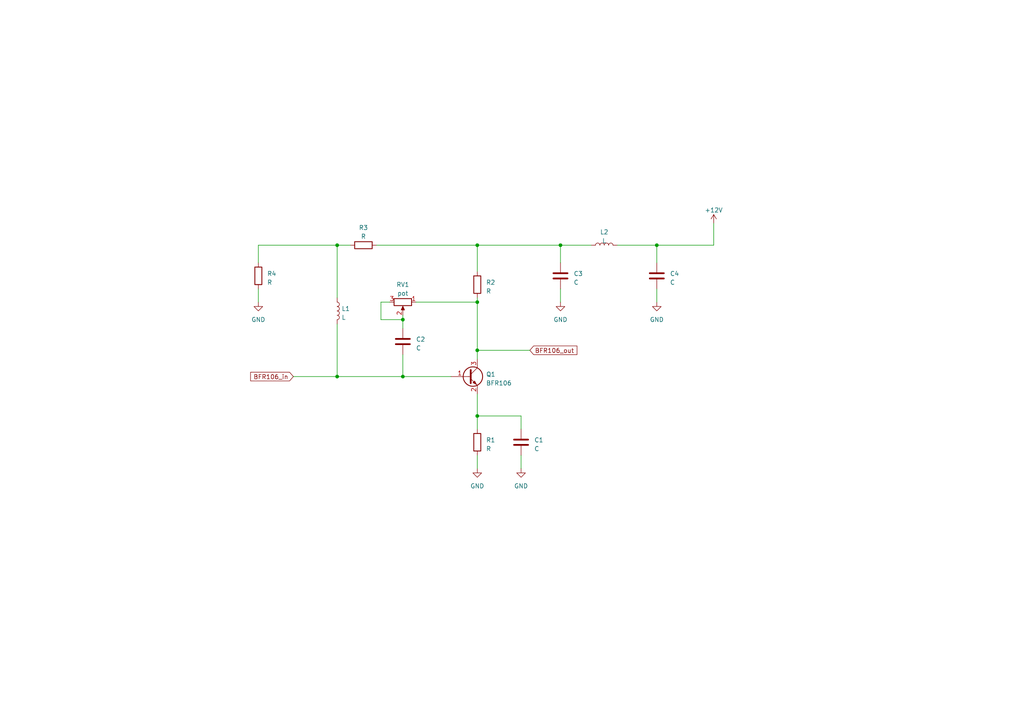
<source format=kicad_sch>
(kicad_sch (version 20230121) (generator eeschema)
  (paper "A4")
  (lib_symbols
    (symbol "Device:C" (pin_numbers hide) (pin_names (offset 0.254))
      (property "Reference" "C" (at 0.635 2.54 0))
      (property "Value" "C" (at 0.635 -2.54 0))
      (symbol "C_0_1"
        (polyline (pts (xy -2.032 -0.762) (xy 2.032 -0.762)) (stroke (width 0.508)))
        (polyline (pts (xy -2.032 0.762) (xy 2.032 0.762)) (stroke (width 0.508)))
      )
      (symbol "C_1_1"
        (pin passive line (at 0 3.81 270) (length 2.794) (name "~") (number "1"))
        (pin passive line (at 0 -3.81 90) (length 2.794) (name "~") (number "2"))
      )
    )
    (symbol "Device:L" (pin_numbers hide) (pin_names (offset 1.016) hide)
      (property "Reference" "L" (at -1.27 0 90))
      (property "Value" "L" (at 1.905 0 90))
      (symbol "L_0_1"
        (arc (start 0 -2.54) (mid 0.6323 -1.905) (end 0 -1.27))
        (arc (start 0 -1.27) (mid 0.6323 -0.635) (end 0 0))
        (arc (start 0 0) (mid 0.6323 0.635) (end 0 1.27))
        (arc (start 0 1.27) (mid 0.6323 1.905) (end 0 2.54))
      )
      (symbol "L_1_1"
        (pin passive line (at 0 3.81 270) (length 1.27) (name "1") (number "1"))
        (pin passive line (at 0 -3.81 90) (length 1.27) (name "2") (number "2"))
      )
    )
    (symbol "Device:R" (pin_numbers hide) (pin_names (offset 0))
      (property "Reference" "R" (at 2.032 0 90))
      (property "Value" "R" (at 0 0 90))
      (symbol "R_0_1"
        (rectangle (start -1.016 -2.54) (end 1.016 2.54) (stroke (width 0.254)))
      )
      (symbol "R_1_1"
        (pin passive line (at 0 3.81 270) (length 1.27) (name "~") (number "1"))
        (pin passive line (at 0 -3.81 90) (length 1.27) (name "~") (number "2"))
      )
    )
    (symbol "Device:R_Potentiometer" (pin_names (offset 1.016) hide)
      (property "Reference" "RV" (at -4.445 0 90))
      (property "Value" "R_Potentiometer" (at -2.54 0 90))
      (symbol "R_Potentiometer_0_1"
        (polyline (pts (xy 2.54 0) (xy 1.524 0)))
        (polyline (pts (xy 1.143 0) (xy 2.286 0.508) (xy 2.286 -0.508) (xy 1.143 0)) (fill (type outline)))
        (rectangle (start 1.016 2.54) (end -1.016 -2.54) (stroke (width 0.254)))
      )
      (symbol "R_Potentiometer_1_1"
        (pin passive line (at 0 3.81 270) (length 1.27) (name "1") (number "1"))
        (pin passive line (at 3.81 0 180) (length 1.27) (name "2") (number "2"))
        (pin passive line (at 0 -3.81 90) (length 1.27) (name "3") (number "3"))
      )
    )
    (symbol "Transistor_BJT:BFR92" (pin_names (offset 0) hide)
      (property "Reference" "Q" (at 5.08 1.905 0))
      (property "Value" "BFR92" (at 5.08 0 0))
      (symbol "BFR92_0_1"
        (polyline (pts (xy 0 0) (xy 0.635 0)))
        (polyline (pts (xy 0.635 0.635) (xy 2.54 2.54)))
        (polyline (pts (xy 2.54 -2.54) (xy 0.635 -0.635)))
        (polyline (pts (xy 0.635 1.905) (xy 0.635 0) (xy 0.635 -1.905) (xy 0.635 -1.905)) (stroke (width 0.508)))
        (polyline (pts (xy 2.286 -2.286) (xy 1.778 -1.27) (xy 1.27 -1.778) (xy 2.286 -2.286) (xy 2.286 -2.286)) (fill (type outline)))
        (circle (center 1.27 0) (radius 2.8194) (stroke (width 0.254)))
      )
      (symbol "BFR92_1_1"
        (pin input line (at -5.08 0 0) (length 5.08) (name "B") (number "1"))
        (pin passive line (at 2.54 -5.08 90) (length 2.54) (name "E") (number "2"))
        (pin passive line (at 2.54 5.08 270) (length 2.54) (name "C") (number "3"))
      )
    )
    (symbol "power:+12V" (power) (pin_names (offset 0))
      (property "Value" "+12V" (at 0 3.556 0))
      (symbol "+12V_0_1"
        (polyline (pts (xy -0.762 1.27) (xy 0 2.54)))
        (polyline (pts (xy 0 0) (xy 0 2.54)))
        (polyline (pts (xy 0 2.54) (xy 0.762 1.27)))
      )
      (symbol "+12V_1_1"
        (pin power_in line (at 0 0 90) (length 0) hide (name "+12V") (number "1"))
      )
    )
    (symbol "power:GND" (power) (pin_names (offset 0))
      (property "Value" "GND" (at 0 -3.81 0))
      (symbol "GND_0_1"
        (polyline (pts (xy 0 0) (xy 0 -1.27) (xy 1.27 -1.27) (xy 0 -2.54) (xy -1.27 -1.27) (xy 0 -1.27)))
      )
      (symbol "GND_1_1"
        (pin power_in line (at 0 0 270) (length 0) hide (name "GND") (number "1"))
      )
    )
  )
  (junction (at 97.79 109.22))
  (junction (at 116.84 92.71))
  (junction (at 138.43 101.6))
  (junction (at 162.56 71.12))
  (junction (at 138.43 87.63))
  (junction (at 138.43 120.65))
  (junction (at 97.79 71.12))
  (junction (at 138.43 71.12))
  (junction (at 116.84 109.22))
  (junction (at 190.5 71.12))
  (wire (pts (xy 110.49 92.71) (xy 116.84 92.71)))
  (wire (pts (xy 151.13 124.46) (xy 151.13 120.65)))
  (wire (pts (xy 120.65 87.63) (xy 138.43 87.63)))
  (wire (pts (xy 110.49 87.63) (xy 110.49 92.71)))
  (wire (pts (xy 116.84 92.71) (xy 116.84 95.25)))
  (wire (pts (xy 74.93 71.12) (xy 74.93 76.2)))
  (wire (pts (xy 138.43 86.36) (xy 138.43 87.63)))
  (wire (pts (xy 138.43 71.12) (xy 162.56 71.12)))
  (wire (pts (xy 190.5 71.12) (xy 190.5 76.2)))
  (wire (pts (xy 162.56 83.82) (xy 162.56 87.63)))
  (wire (pts (xy 151.13 120.65) (xy 138.43 120.65)))
  (wire (pts (xy 138.43 101.6) (xy 138.43 104.14)))
  (wire (pts (xy 116.84 91.44) (xy 116.84 92.71)))
  (wire (pts (xy 138.43 78.74) (xy 138.43 71.12)))
  (wire (pts (xy 162.56 71.12) (xy 162.56 76.2)))
  (wire (pts (xy 138.43 120.65) (xy 138.43 124.46)))
  (wire (pts (xy 97.79 71.12) (xy 97.79 86.36)))
  (wire (pts (xy 97.79 109.22) (xy 97.79 93.98)))
  (wire (pts (xy 85.09 109.22) (xy 97.79 109.22)))
  (wire (pts (xy 179.07 71.12) (xy 190.5 71.12)))
  (wire (pts (xy 190.5 83.82) (xy 190.5 87.63)))
  (wire (pts (xy 113.03 87.63) (xy 110.49 87.63)))
  (wire (pts (xy 130.81 109.22) (xy 116.84 109.22)))
  (wire (pts (xy 116.84 102.87) (xy 116.84 109.22)))
  (wire (pts (xy 207.01 71.12) (xy 190.5 71.12)))
  (wire (pts (xy 138.43 87.63) (xy 138.43 101.6)))
  (wire (pts (xy 101.6 71.12) (xy 97.79 71.12)))
  (wire (pts (xy 162.56 71.12) (xy 171.45 71.12)))
  (wire (pts (xy 74.93 83.82) (xy 74.93 87.63)))
  (wire (pts (xy 207.01 64.77) (xy 207.01 71.12)))
  (wire (pts (xy 109.22 71.12) (xy 138.43 71.12)))
  (wire (pts (xy 116.84 109.22) (xy 97.79 109.22)))
  (wire (pts (xy 138.43 132.08) (xy 138.43 135.89)))
  (wire (pts (xy 138.43 101.6) (xy 153.67 101.6)))
  (wire (pts (xy 151.13 132.08) (xy 151.13 135.89)))
  (wire (pts (xy 138.43 114.3) (xy 138.43 120.65)))
  (wire (pts (xy 97.79 71.12) (xy 74.93 71.12)))
  (global_label "BFR106_out" (shape input) (at 153.67 101.6 0) (property "Intersheetrefs" "${INTERSHEET_REFS}" (effects hide)))
  (global_label "BFR106_in" (shape input) (at 85.09 109.22 180) (property "Intersheetrefs" "${INTERSHEET_REFS}" (effects hide)))
  (symbol (lib_id "power:GND") (at 138.43 135.89 0) (unit 1)
    (property "Reference" "#PWR01" (effects hide))
    (property "Value" "GND" (at 138.43 140.97 0))
    (instances (project "Ampli_RF" (path "" (reference "#PWR01") (unit 1)) (path "" (reference "#PWR016") (unit 1))))
  )
  (symbol (lib_id "Device:R_Potentiometer") (at 116.84 87.63 270) (unit 1)
    (property "Reference" "RV1" (at 116.84 82.55 90))
    (property "Value" "pot" (at 116.84 85.09 90))
    (property "Footprint" "Potentiometer_THT:Potentiometer_Bourns_3296W_Vertical" (effects hide))
  )
  (symbol (lib_id "Device:L") (at 175.26 71.12 90) (unit 1)
    (property "Reference" "L2" (at 175.26 67.31 90))
    (property "Value" "L" (at 175.26 69.85 90))
    (property "Footprint" "Inductor_THT:L_Axial_L7.0mm_D3.3mm_P12.70mm_Horizontal_Fastron_MICC" (effects hide))
    (instances (project "Ampli_RF" (path "" (reference "L2") (unit 1)) (path "" (reference "L6") (unit 1))))
  )
  (symbol (lib_id "Device:C") (at 116.84 99.06 0) (unit 1)
    (property "Reference" "C2" (at 120.65 98.425 0) (effects (justify left)))
    (property "Value" "C" (at 120.65 100.965 0) (effects (justify left)))
    (property "Footprint" "Capacitor_THT:C_Disc_D7.5mm_W5.0mm_P5.00mm" (effects hide))
    (instances (project "Ampli_RF" (path "" (reference "C2") (unit 1)) (path "" (reference "C5") (unit 1))))
  )
  (symbol (lib_id "power:GND") (at 74.93 87.63 0) (unit 1)
    (property "Reference" "#PWR05" (effects hide))
    (property "Value" "GND" (at 74.93 92.71 0))
    (instances (project "Ampli_RF" (path "" (reference "#PWR05") (unit 1)) (path "" (reference "#PWR015") (unit 1))))
  )
  (symbol (lib_id "power:GND") (at 151.13 135.89 0) (unit 1)
    (property "Reference" "#PWR02" (effects hide))
    (property "Value" "GND" (at 151.13 140.97 0))
    (instances (project "Ampli_RF" (path "" (reference "#PWR02") (unit 1)) (path "" (reference "#PWR017") (unit 1))))
  )
  (symbol (lib_id "Device:R") (at 74.93 80.01 0) (unit 1)
    (property "Reference" "R4" (at 77.47 79.375 0) (effects (justify left)))
    (property "Value" "R" (at 77.47 81.915 0) (effects (justify left)))
    (property "Footprint" "Resistor_THT:R_Axial_DIN0207_L6.3mm_D2.5mm_P7.62mm_Horizontal" (effects hide))
    (instances (project "Ampli_RF" (path "" (reference "R4") (unit 1)) (path "" (reference "R11") (unit 1))))
  )
  (symbol (lib_id "Device:R") (at 138.43 82.55 0) (unit 1)
    (property "Reference" "R2" (at 140.97 81.915 0) (effects (justify left)))
    (property "Value" "R" (at 140.97 84.455 0) (effects (justify left)))
    (property "Footprint" "Resistor_THT:R_Axial_DIN0207_L6.3mm_D2.5mm_P7.62mm_Horizontal" (effects hide))
    (instances (project "Ampli_RF" (path "" (reference "R2") (unit 1)) (path "" (reference "R16") (unit 1))))
  )
  (symbol (lib_id "Transistor_BJT:BFR92") (at 135.89 109.22 0) (unit 1)
    (property "Reference" "Q1" (at 140.97 108.585 0) (effects (justify left)))
    (property "Value" "BFR106" (at 140.97 111.125 0) (effects (justify left)))
    (property "Footprint" "Package_TO_SOT_SMD:SOT-323_SC-70" (effects hide))
    (property "Datasheet" "https://assets.nexperia.com/documents/data-sheet/BFR92A_N.pdf" (effects hide))
  )
  (symbol (lib_id "power:GND") (at 190.5 87.63 0) (unit 1)
    (property "Reference" "#PWR03" (effects hide))
    (property "Value" "GND" (at 190.5 92.71 0))
    (instances (project "Ampli_RF" (path "" (reference "#PWR03") (unit 1)) (path "" (reference "#PWR019") (unit 1))))
  )
  (symbol (lib_id "Device:L") (at 97.79 90.17 0) (unit 1)
    (property "Reference" "L1" (at 99.06 89.535 0) (effects (justify left)))
    (property "Value" "L" (at 99.06 92.075 0) (effects (justify left)))
    (property "Footprint" "Inductor_THT:L_Axial_L7.0mm_D3.3mm_P12.70mm_Horizontal_Fastron_MICC" (effects hide))
    (instances (project "Ampli_RF" (path "" (reference "L1") (unit 1)) (path "" (reference "L4") (unit 1))))
  )
  (symbol (lib_id "Device:R") (at 138.43 128.27 0) (unit 1)
    (property "Reference" "R1" (at 140.97 127.635 0) (effects (justify left)))
    (property "Value" "R" (at 140.97 130.175 0) (effects (justify left)))
    (property "Footprint" "Resistor_THT:R_Axial_DIN0207_L6.3mm_D2.5mm_P7.62mm_Horizontal" (effects hide))
    (instances (project "Ampli_RF" (path "" (reference "R1") (unit 1)) (path "" (reference "R15") (unit 1))))
  )
  (symbol (lib_id "power:GND") (at 162.56 87.63 0) (unit 1)
    (property "Reference" "#PWR04" (effects hide))
    (property "Value" "GND" (at 162.56 92.71 0))
    (instances (project "Ampli_RF" (path "" (reference "#PWR04") (unit 1)) (path "" (reference "#PWR018") (unit 1))))
  )
  (symbol (lib_id "Device:C") (at 162.56 80.01 0) (unit 1)
    (property "Reference" "C3" (at 166.37 79.375 0) (effects (justify left)))
    (property "Value" "C" (at 166.37 81.915 0) (effects (justify left)))
    (property "Footprint" "Capacitor_THT:C_Disc_D7.5mm_W5.0mm_P5.00mm" (effects hide))
    (instances (project "Ampli_RF" (path "" (reference "C3") (unit 1)) (path "" (reference "C7") (unit 1))))
  )
  (symbol (lib_id "Device:C") (at 190.5 80.01 0) (unit 1)
    (property "Reference" "C4" (at 194.31 79.375 0) (effects (justify left)))
    (property "Value" "C" (at 194.31 81.915 0) (effects (justify left)))
    (property "Footprint" "Capacitor_THT:C_Disc_D7.5mm_W5.0mm_P5.00mm" (effects hide))
    (instances (project "Ampli_RF" (path "" (reference "C4") (unit 1)) (path "" (reference "C8") (unit 1))))
  )
  (symbol (lib_id "Device:C") (at 151.13 128.27 0) (unit 1)
    (property "Reference" "C1" (at 154.94 127.635 0) (effects (justify left)))
    (property "Value" "C" (at 154.94 130.175 0) (effects (justify left)))
    (property "Footprint" "Capacitor_THT:C_Disc_D7.5mm_W5.0mm_P5.00mm" (effects hide))
    (instances (project "Ampli_RF" (path "" (reference "C1") (unit 1)) (path "" (reference "C6") (unit 1))))
  )
  (symbol (lib_id "power:+12V") (at 207.01 64.77 0) (unit 1)
    (property "Reference" "#PWR06" (effects hide))
    (property "Value" "+12V" (at 207.01 60.96 0))
    (instances (project "Ampli_RF" (path "" (reference "#PWR06") (unit 1)) (path "" (reference "#PWR020") (unit 1))))
  )
  (symbol (lib_id "Device:R") (at 105.41 71.12 90) (unit 1)
    (property "Reference" "R3" (at 105.41 66.04 90))
    (property "Value" "R" (at 105.41 68.58 90))
    (property "Footprint" "Resistor_THT:R_Axial_DIN0207_L6.3mm_D2.5mm_P7.62mm_Horizontal" (effects hide))
    (instances (project "Ampli_RF" (path "" (reference "R3") (unit 1)) (path "" (reference "R12") (unit 1))))
  )
)
</source>
